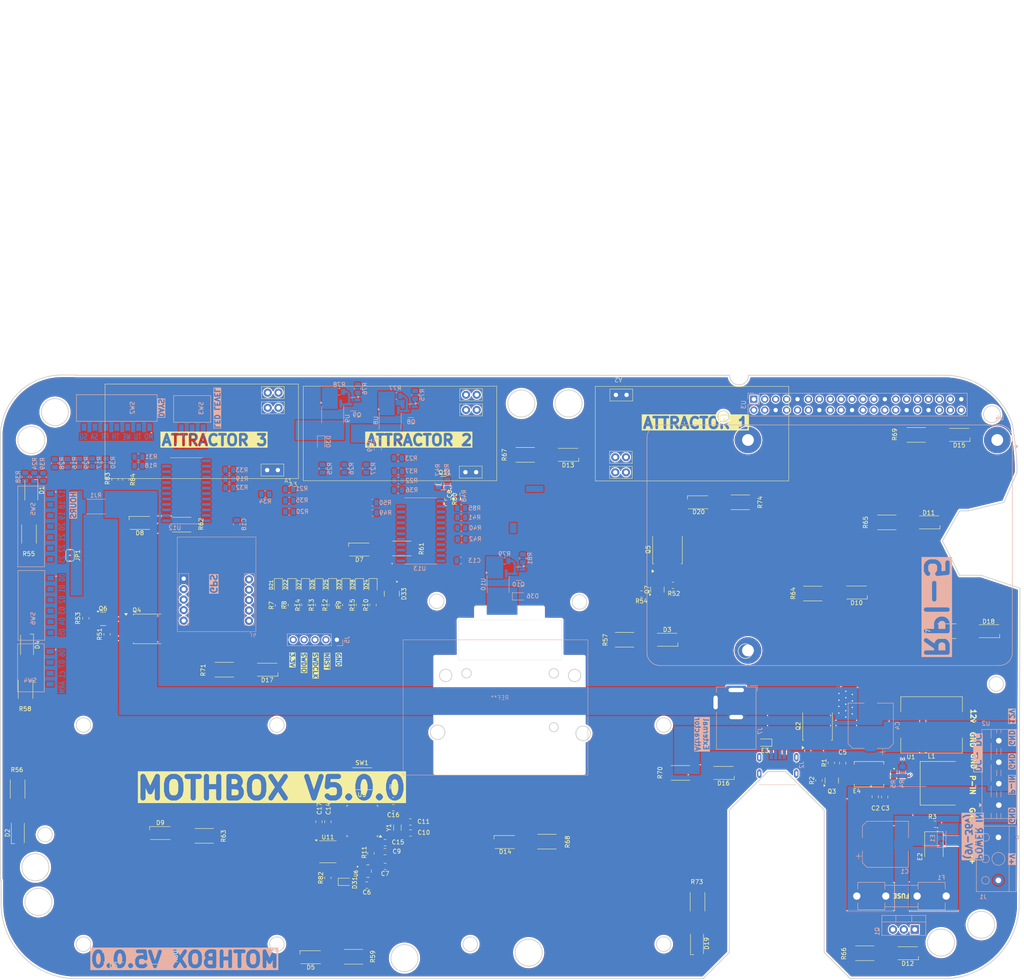
<source format=kicad_pcb>
(kicad_pcb (version 20241229) (generator "pcbnew") (generator_version "9.0")
  (title_block (title "Mothbox Mainboard") (date "2025-05-11") (rev "5.0.0"))
  (layers (0 "F.Cu" signal) (2 "B.Cu" signal) (13 "F.Paste" user) (15 "B.Paste" user) (5 "F.SilkS" user "F.Silkscreen") (7 "B.SilkS" user "B.Silkscreen") (1 "F.Mask" user) (3 "B.Mask" user) (25 "Edge.Cuts" user))
  (net 0 "")
  (net 1 "GND")
  (net 2 "/Power/PWR_IN")
  (net 3 "+5V")
  (net 4 "+3.3V")
  (net 5 "/RPI5+MCU/OSC_OUT")
  (net 6 "/RPI5+MCU/NRST")
  (net 7 "/RPI5+MCU/OSC_IN")
  (net 8 "Net-(D5-A)")
  (net 9 "/Power/VBUS")
  (net 10 "Net-(D13-A)")
  (net 11 "Net-(D14-A)")
  (net 12 "Net-(D15-A)")
  (net 13 "Net-(D16-A)")
  (net 14 "Net-(D17-A)")
  (net 15 "Net-(D18-A)")
  (net 16 "Net-(D19-A)")
  (net 17 "Net-(D20-A)")
  (net 18 "Net-(D22-A)")
  (net 19 "Net-(D24-A)")
  (net 20 "/UV LED PCB/+12V_PCB2")
  (net 21 "/UV LED PCB/+12V_PCB1")
  (net 22 "/UV LED PCB/+12V_PCB3")
  (net 23 "/UV LED PCB/+12V_PCB4")
  (net 24 "/RPI5+MCU/SWDIO")
  (net 25 "/RPI5+MCU/SWDCLK")
  (net 26 "Net-(Q2-G)")
  (net 27 "Net-(Q3-B)")
  (net 28 "+12V")
  (net 29 "/Photo LED's/+12V_L_LED")
  (net 30 "Net-(Q6-B)")
  (net 31 "/Photo LED's/+12V_R_LED")
  (net 32 "/Power/FB")
  (net 33 "/RPI5+MCU/BOOT0")
  (net 34 "/RPI5+MCU/PA8")
  (net 35 "/RPI5+MCU/PA11")
  (net 36 "/RPI5+MCU/PA2")
  (net 37 "/RPI5+MCU/PA3")
  (net 38 "/RPI5+MCU/PA4")
  (net 39 "/RPI5+MCU/PA5")
  (net 40 "/RPI5+MCU/PA6")
  (net 41 "/RPI5+MCU/PA7")
  (net 42 "/GPS+Switches/Mon")
  (net 43 "/GPS+Switches/Tue")
  (net 44 "/GPS+Switches/Wed")
  (net 45 "/GPS+Switches/Thur")
  (net 46 "/GPS+Switches/Fri")
  (net 47 "/GPS+Switches/Sat")
  (net 48 "/GPS+Switches/Sun")
  (net 49 "/GPS+Switches/Hour_1")
  (net 50 "/GPS+Switches/Hour_2")
  (net 51 "/GPS+Switches/Hour_3")
  (net 52 "/GPS+Switches/Hour_4")
  (net 53 "/GPS+Switches/Hour_5")
  (net 54 "/GPS+Switches/Hour_6")
  (net 55 "/GPS+Switches/Hour_7")
  (net 56 "/GPS+Switches/Hour_8")
  (net 57 "/GPS+Switches/Hour_9")
  (net 58 "/GPS+Switches/Hour_10")
  (net 59 "/GPS+Switches/Hour_11")
  (net 60 "/GPS+Switches/Hour_12")
  (net 61 "/GPS+Switches/Hour_13")
  (net 62 "/GPS+Switches/Min_PW")
  (net 63 "/GPS+Switches/Med_PW")
  (net 64 "/GPS+Switches/Max_PW")
  (net 65 "/GPS+Switches/Seq_1")
  (net 66 "/GPS+Switches/Seq_2")
  (net 67 "/GPS+Switches/Seq_3")
  (net 68 "/GPS+Switches/Armed{slash}Disarmed")
  (net 69 "/RPI5+MCU/STM_RX")
  (net 70 "/RPI5+MCU/STM_TX")
  (net 71 "/RPI5+MCU/TimeP")
  (net 72 "Net-(RJ1-Pad2)")
  (net 73 "GPS_SCL")
  (net 74 "GPS_SDA")
  (net 75 "RPI_CTRL")
  (net 76 "S3_MUX")
  (net 77 "Net-(U1-VC)")
  (net 78 "Net-(D1-A)")
  (net 79 "Net-(D6-A)")
  (net 80 "Net-(D7-A)")
  (net 81 "Net-(D8-A)")
  (net 82 "Net-(D9-A)")
  (net 83 "Net-(D10-A)")
  (net 84 "Net-(D11-A)")
  (net 85 "Net-(D12-A)")
  (net 86 "Net-(D21-A)")
  (net 87 "Net-(D23-A)")
  (net 88 "Net-(D25-A)")
  (net 89 "Net-(D26-A)")
  (net 90 "Net-(D27-A)")
  (net 91 "Net-(D28-A)")
  (net 98 "S2_MUX")
  (net 99 "S1_MUX")
  (net 100 "Net-(Q4-G)")
  (net 101 "Net-(Q5-G)")
  (net 102 "Net-(Q7-B)")
  (net 103 "Net-(Q8-C)")
  (net 104 "Net-(Q8-B)")
  (net 105 "Net-(Q9-C)")
  (net 106 "Net-(Q9-B)")
  (net 107 "Net-(Q10-C)")
  (net 108 "Net-(Q10-B)")
  (net 109 "Net-(Q11-B)")
  (net 110 "Net-(Q11-C)")
  (net 112 "/RPI5+MCU/Save for eink")
  (net 113 "/RPI5+MCU/Save for relay 2")
  (net 114 "/RPI5+MCU/Save for relay 3")
  (net 115 "/RPI5+MCU/Save for relay")
  (net 118 "S0_MUX")
  (net 129 "Net-(D2-A)")
  (net 130 "Net-(D3-A)")
  (net 131 "Net-(D4-A)")
  (net 132 "Net-(E1-A)")
  (net 133 "Net-(E1-K)")
  (net 134 "Net-(E2-K)")
  (net 135 "Net-(E4-PadC)")
  (net 149 "/RPI5+MCU/PA12")
  (net 155 "L_LED_CTRL")
  (net 156 "UV1_CTRL")
  (net 157 "UV4_EX_CTRL")
  (net 158 "COM_I{slash}O")
  (net 159 "EN_MUX1")
  (net 160 "EN_MUX2")
  (footprint "Resistor_SMD:R_0805_2012Metric" (layer "F.Cu") (at 187.775 112.090671)
    (property "Reference" "R52")
    (property "Value" "10k")
  )
  (footprint "Resistor_SMD:R_0805_2012Metric" (layer "F.Cu") (at 108.5 116.678171 90)
    (property "Reference" "R12")
    (property "Value" "1k")
  )
  (footprint "Capacitor_SMD:C_0805_2012Metric_Pad1.18x1.45mm_HandSolder" (layer "F.Cu") (at 237.05 161.365671 90)
    (property "Reference" "C3")
    (property "Value" "0.1uF 50V")
  )
  (footprint "Package_TO_SOT_SMD:TO-252-2" (layer "F.Cu") (at 221.4225 144.855671 90)
    (property "Reference" "Q2")
    (property "Value" "TJ10S04M3L,LXHQ")
  )
  (footprint "Resistor_SMD:R_2512_6332Metric" (layer "F.Cu") (at 220.299999 114.015671)
    (property "Reference" "R64")
    (property "Value" "170R")
  )
  (footprint "Capacitor_SMD:C_0805_2012Metric" (layer "F.Cu") (at 122.720671 163.860671 180)
    (property "Reference" "C16")
    (property "Value" "0.1uF")
  )
  (footprint "XL4015:CONV_XL4015" (layer "F.Cu") (at 251.435 158.181342)
    (property "Reference" "U1")
    (property "Value" "XL4015")
  )
  (footprint "Resistor_SMD:R_2512_6332Metric" (layer "F.Cu") (at 35.3 159.540671 -90)
    (property "Reference" "R56")
    (property "Value" "170R")
  )
  (footprint "Resistor_SMD:R_0805_2012Metric" (layer "F.Cu") (at 99 116.678171 90)
    (property "Reference" "R8")
    (property "Value" "1k")
  )
  (footprint "Package_QFP:LQFP-32_7x7mm_P0.8mm" (layer "F.Cu") (at 115.5 166.940671 180)
    (property "Reference" "U5")
    (property "Value" "STM32L031K6Tx")
  )
  (footprint "Resistor_SMD:R_2512_6332Metric" (layer "F.Cu") (at 153.407498 81.720671)
    (property "Reference" "R67")
    (property "Value" "170R")
  )
  (footprint "Resistor_SMD:R_2512_6332Metric" (layer "F.Cu") (at 37.950001 100.155671 90)
    (property "Reference" "R55")
    (property "Value" "170R")
  )
  (footprint "Resistor_SMD:R_2512_6332Metric" (layer "F.Cu") (at 237.537664 97.442548)
    (property "Reference" "R65")
    (property "Value" "170R")
  )
  (footprint "LED_SMD:LED_Everlight-SMD3528_3.5x2.8mm_67-21ST" (layer "F.Cu") (at 261.309999 122.765671 180)
    (property "Reference" "D18")
    (property "Value" "LED")
  )
  (footprint "LED_SMD:LED_0805_2012Metric" (layer "F.Cu") (at 96 112.203171 -90)
    (property "Reference" "D21")
    (property "Value" "LED")
  )
  (footprint "Resistor_SMD:R_0805_2012Metric" (layer "F.Cu") (at 224.62 153.405671 90)
    (property "Reference" "R1")
    (property "Value" "10k")
  )
  (footprint "LED_SMD:LED_Everlight-SMD3528_3.5x2.8mm_67-21ST" (layer "F.Cu") (at 186.4375 124.765671 180)
    (property "Reference" "D3")
    (property "Value" "LED")
  )
  (footprint "LED_SMD:LED_Everlight-SMD3528_3.5x2.8mm_67-21ST" (layer "F.Cu") (at 93.379999 131.736097 180)
    (property "Reference" "D17")
    (property "Value" "LED")
  )
  (footprint "Capacitor_SMD:C_0805_2012Metric" (layer "F.Cu") (at 116.56 181.880671 180)
    (property "Reference" "C6")
    (property "Value" "1uF")
  )
  (footprint "Resistor_SMD:R_0805_2012Metric" (layer "F.Cu") (at 60.4625 87.465671 -90)
    (property "Reference" "R84")
    (property "Value" "DNP")
  )
  (footprint "SK54C:DIO_SK54C" (layer "F.Cu") (at 233.4 156.065671 180)
    (property "Reference" "E4")
    (property "Value" "SK54C")
  )
  (footprint "LED_SMD:LED_Everlight-SMD3528_3.5x2.8mm_67-21ST" (layer "F.Cu") (at 193.652501 92.76567)
    (property "Reference" "D20")
    (property "Value" "LED")
  )
  (footprint "Resistor_SMD:R_0805_2012Metric" (layer "F.Cu") (at 102.166667 116.678171 90)
    (property "Reference" "R14")
    (property "Value" "1k")
  )
  (footprint "Resistor_SMD:R_2512_6332Metric" (layer "F.Cu") (at 113.450001 198.565671 180)
    (property "Reference" "R59")
    (property "Value" "170R")
  )
  (footprint "Package_TO_SOT_SMD:SOT-23" (layer "F.Cu") (at 224.7275 157.535671 90)
    (property "Reference" "Q3")
    (property "Value" "BC817")
  )
  (footprint "IN-PI33TBTPRPGPB:LED_IN-PI33TBTPRPGPB" (layer "F.Cu") (at 122.36 114.0375 -90)
    (property "Reference" "D33")
    (property "Value" "IN-PI33TBTPRPGPB")
  )
  (footprint "Capacitor_SMD:C_0805_2012Metric_Pad1.18x1.45mm_HandSolder" (layer "F.Cu") (at 227.27 153.485671 -90)
    (property "Reference" "C5")
    (property "Value" "0.1uF 50V")
  )
  (footprint "Resistor_SMD:R_2512_6332Metric" (layer "F.Cu") (at 203.4625 92.76567 180)
    (property "Reference" "R74")
    (property "Value" "170R")
  )
  (footprint "LED_SMD:LED_Everlight-SMD3528_3.5x2.8mm_67-21ST" (layer "F.Cu") (at 63.736792 97.565672)
    (property "Reference" "D8")
    (property "Value" "LED")
  )
  (footprint "Capacitor_SMD:C_0805_2012Metric" (layer "F.Cu") (at 120.790671 171.990671 180)
    (property "Reference" "C15")
    (property "Value" "0.1uF")
  )
  (footprint "LED_SMD:LED_Everlight-SMD3528_3.5x2.8mm_67-21ST" (layer "F.Cu") (at 193.372006 195.575671 90)
    (property "Reference" "D19")
    (property "Value" "LED")
  )
  (footprint "Resistor_SMD:R_0805_2012Metric" (layer "F.Cu") (at 56.125 123.518171 -90)
    (property "Reference" "R51")
    (property "Value" "10k")
  )
  (footprint "LED_SMD:LED_Everlight-SMD3528_3.5x2.8mm_67-21ST" (layer "F.Cu") (at 103.500002 198.665671)
    (property "Reference" "D5")
    (property "Value" "LED")
  )
  (footprint "LED_SMD:LED_Everlight-SMD3528_3.5x2.8mm_67-21ST" (layer "F.Cu") (at 163.369998 81.720672 180)
    (property "Reference" "D13")
    (property "Value" "LED")
  )
  (footprint "LED_SMD:LED_0805_2012Metric" (layer "F.Cu") (at 111.714286 112.203171 -90)
    (property "Reference" "D23")
    (property "Value" "LED")
  )
  (footprint "Resistor_SMD:R_2512_6332Metric" (layer "F.Cu") (at 78.712501 170.415672 180)
    (property "Reference" "R63")
    (property "Value" "170R")
  )
  (footprint "Resistor_SMD:R_0805_2012Metric" (layer "F.Cu") (at 180.475 114.110671 180)
    (property "Reference" "R54")
    (property "Value" "1k")
  )
  (footprint "Diode_SMD:D_SOD-323" (layer "F.Cu") (at 111.5 181.115671)
    (property "Reference" "D31")
    (property "Value" "ESD12VD3B-TP")
  )
  (footprint "Resistor_SMD:R_0805_2012Metric" (layer "F.Cu") (at 135.355 92.001342 -90)
    (property "Reference" "R80")
    (property "Value" "1k")
  )
  (footprint "LED_SMD:LED_Everlight-SMD3528_3.5x2.8mm_67-21ST" (layer "F.Cu") (at 254.379999 77.075671 180)
    (property "Reference" "D15")
    (property "Value" "LED")
  )
  (footprint "Resistor_SMD:R_0805_2012Metric" (layer "F.Cu") (at 107.5 180.203171 90)
    (property "Reference" "R82")
    (property "Value" "10k")
  )
  (footprint "Capacitor_SMD:C_0805_2012Metric_Pad1.18x1.45mm_HandSolder" (layer "F.Cu") (at 234.85 161.315671 90)
    (property "Reference" "C2")
    (property "Value" "0.1uF 50V")
  )
  (footprint "Resistor_SMD:R_0805_2012Metric" (layer "F.Cu") (at 221.75 157.515671 90)
    (property "Reference" "R2")
    (property "Value" "1k")
  )
  (footprint "Resistor_SMD:R_0805_2012Metric" (layer "F.Cu") (at 96 116.765671 90)
    (property "Reference" "R7")
    (property "Value" "1k")
  )
  (footprint "Package_TO_SOT_SMD:TO-252-2" (layer "F.Cu") (at 65.565 122.240671)
    (property "Reference" "Q4")
    (property "Value" "TJ10S04M3L,LXHQ")
  )
  (footprint "Resistor_SMD:R_2512_6332Metric" (layer "F.Cu") (at 158.4625 171.765671 180)
    (property "Reference" "R68")
    (property "Value" "170R")
  )
  (footprint "Resistor_SMD:R_2512_6332Metric" (layer "F.Cu") (at 189.5375 155.765671)
    (property "Reference" "R70")
    (property "Value" "170R")
  )
  (footprint "LED_SMD:LED_Everlight-SMD3528_3.5x2.8mm_67-21ST" (layer "F.Cu") (at 148.6525 171.859733)
    (property "Reference" "D14")
    (property "Value" "LED")
  )
  (footprint "Package_SO:SOIC-8_3.9x4.9mm_P1.27mm" (layer "F.Cu") (at 107.5 174.115671)
    (property "Reference" "U11")
    (property "Value" "IRF9335TRPBF")
  )
  (footprint "Resistor_SMD:R_0805_2012Metric" (layer "F.Cu") (at 117.500671 174.480671 -90)
    (property "Reference" "R11")
    (property "Value" "10K")
  )
  (footprint "LED_SMD:LED_Everlight-SMD3528_3.5x2.8mm_67-21ST" (layer "F.Cu") (at 38.5 89.955672 -90)
    (property "Reference" "D1")
    (property "Value" "LED")
  )
  (footprint "TS-1187A-B-A-B:SW_TS-1187A-B-A-B" (layer "F.Cu") (at 115.5 157.115671 180)
    (property "Reference" "SW1")
    (property "Value" "SW_Push")
  )
  (footprint "Resistor_SMD:R_0805_2012Metric" (layer "F.Cu") (at 105.333333 116.678171 90)
    (property "Reference" "R13")
    (property "Value" "1k")
  )
  (footprint "Resistor_SMD:R_2512_6332Metric" (layer "F.Cu") (at 244.379999 77.075671)
    (property "Reference" "R69")
    (property "Value" "170R")
  )
  (footprint "TLV75733PDBVR:SOT95P280X145-5N" (layer "F.Cu") (at 116.81 178.630671)
    (property "Reference" "U6")
    (property "Value" "TLV75733PDBVR")
  )
  (footprint "LED_SMD:LED_Everlight-SMD3528_3.5x2.8mm_67-21ST" (layer "F.Cu") (at 247.385164 97.442548 180)
    (property "Reference" "D11")
    (property "Value" "LED")
  )
  (footprint "LED_SMD:LED_0805_2012Metric" (layer "F.Cu") (at 102.285714 112.203171 -90)
    (property "Reference" "D27")
    (property "Value" "LED")
  )
  (footprint "Attractor:attractor" (layer "F.Cu") (at 98.271797 88.242489)
    (property "Reference" "A1")
    (property "Value" "Attractor")
  )
  (footprint "Capacitor_SMD:C_0805_2012Metric" (layer "F.Cu") (at 107.5 167.135671 -90)
    (property "Reference" "C14")
    (property "Value" "0.1uF")
  )
  (footprint "LED_SMD:LED_Everlight-SMD3528_3.5x2.8mm_67-21ST" (layer "F.Cu") (at 57.589521 198.315671)
    (property "Reference" "D6")
    (property "Value" "LED")
  )
  (footprint "Resistor_SMD:R_0805_2012Metric" (layer "F.Cu") (at 57.9625 87.465671 -90)
    (property "Reference" "R83")
    (property "Value" "DNP")
  )
  (footprint "Diode_SMD:D_SMB" (layer "F.Cu") (at 248.5 173.115671 -90)
    (property "Reference" "E2")
    (property "Value" "SMBJ36A")
  )
  (footprint "Resistor_SMD:R_2512_6332Metric" (layer "F.Cu") (at 232.409999 197.740671)
    (property "Reference" "R66")
    (property "Value" "170R")
  )
  (footprint "LED_SMD:LED_Everlight-SMD3528_3.5x2.8mm_67-21ST" (layer "F.Cu") (at 68.512503 169.765672)
    (property "Reference" "D9")
    (property "Value" "LED")
  )
  (footprint "LED_SMD:LED_Everlight-SMD3528_3.5x2.8mm_67-21ST" (layer "F.Cu") (at 37.5 125.955672 -90)
    (property "Reference" "D4")
    (property "Value" "LED")
  )
  (footprint "Resistor_SMD:R_2512_6332Metric" (layer "F.Cu") (at 67.439522 198.565671 180)
    (property "Reference" "R60")
    (property "Value" "170R")
  )
  (footprint "Resistor_SMD:R_0805_2012Metric" (layer "F.Cu") (at 111.666667 116.678171 90)
    (property "Reference" "R9")
    (property "Value" "1k")
  )
  (footprint "LED_SMD:LED_Everlight-SMD3528_3.5x2.8mm_67-21ST" (layer "F.Cu") (at 242.409999 197.741981 180)
    (property "Reference" "D12")
    (property "Value" "LED")
  )
  (footprint "Capacitor_SMD:C_0805_2012Metric" (layer "F.Cu") (at 105.42 167.115671 -90)
    (property "Reference" "C17")
    (property "Value" "1uF")
  )
  (footprint "Package_TO_SOT_SMD:SOT-23" (layer "F.Cu") (at 184.1625 113.100671 90)
    (property "Reference" "Q7")
    (property "Value" "BC817")
  )
  (footprint "Capacitor_SMD:C_0805_2012Metric" (layer "F.Cu") (at 126.730671 169.750671 180)
    (property "Reference" "C10")
    (property "Value" "12pF")
  )
  (footprint "Resistor_SMD:R_2512_6332Metric" (layer "F.Cu") (at 251.499999 122.765671)
    (property "Reference" "R72")
    (property "Value" "170R")
  )
  (footprint "Capacitor_SMD:C_0805_2012Metric" (layer "F.Cu") (at 126.690671 167.170671 180)
    (property "Reference" "C11")
    (property "Value" "12pF")
  )
  (footprint "LED_SMD:LED_Everlight-SMD3528_3.5x2.8mm_67-21ST" (layer "F.Cu") (at 35.350001 169.74067 90)
    (property "Reference" "D2")
    (property "Value" "LED")
  )
  (footprint "Resistor_SMD:R_2512_6332Metric" (layer "F.Cu") (at 193.5 185.765671 -90)
    (property "Reference" "R73")
    (property "Value" "170R")
  )
  (footprint "Inductor_SMD:L_Chilisin_BMRG00131360" (layer "F.Cu") (at 247.95 144.581342 180)
    (property "Reference" "L1")
    (property "Value" "5A 47uH")
  )
  (footprint "LED_SMD:LED_Everlight-SMD3528_3.5x2.8mm_67-21ST" (layer "F.Cu") (at 199.5375 155.765671 180)
    (property "Reference" "D16")
    (property "Value" "LED")
  )
  (footprint "Resistor_SMD:R_0805_2012Metric" (layer "F.Cu") (at 51.175 119.768171 -90)
    (property "Reference" "R53")
    (property "Value" "1k")
  )
  (footprint "Crystal:Crystal_SMD_3215-2Pin_3.2x1.5mm" (layer "F.Cu") (at 123.670671 168.490671 90)
    (property "Reference" "Y1")
    (property "Value" "32.768kHz")
  )
  (footprint "LED_SMD:LED_Everlight-SMD3528_3.5x2.8mm_67-21ST" (layer "F.Cu") (at 114.812498 103.765671)
    (property "Reference" "D7")
    (property "Value" "LED")
  )
  (footprint "LED_SMD:LED_0805_2012Metric" (layer "F.Cu") (at 99.142857 112.203171 -90)
    (property "Reference" "D22")
    (property "Value" "LED")
  )
  (footprint "LED_SMD:LED_Everlight-SMD3528_3.5x2.8mm_67-21ST" (layer "F.Cu") (at 230.5 113.765671 180)
    (property "Reference" "D10")
    (property "Value" "LED")
  )
  (footprint "Package_TO_SOT_SMD:SOT-23" (layer "F.Cu") (at 134.405 88.313842 180)
    (property "Reference" "Q11")
    (property "Value" "BC817")
  )
  (footprint "Diode_SMD:D_SOD-323" (layer "F.Cu") (at 209.19 148.715671 180)
    (property "Reference" "E3")
    (property "Value" "ESD5V0D3B")
  )
  (footprint "Resistor_SMD:R_2512_6332Metric" (layer "F.Cu") (at 37.150001 136.255671 90)
    (property "Reference" "R58")
    (property "Value" "170R")
  )
  (footprint "Capacitor_SMD:C_0805_2012Metric" (layer "F.Cu") (at 120.780671 174.080671 180)
    (property "Reference" "C9")
    (property "Value" "0.1uF")
  )
  (footprint "Resistor_SMD:R_2512_6332Metric" (layer "F.Cu") (at 176.5375 124.765671)
    (property "Reference" "R57")
    (property "Value" "170R")
  )
  (footprint "Resistor_SMD:R_2512_6332Metric" (layer "F.Cu") (at 124.712499 103.515672 180)
    (property "Reference" "R61")
    (property "Value" "170R")
  )
  (footprint "Package_TO_SOT_SMD:SOT-23" (layer "F.Cu") (at 55.175 119.905671)
    (property "Reference" "Q6")
    (property "Value" "BC817")
  )
  (footprint "Jumper:SolderJumper-2_P1.3mm_Open_RoundedPad1.0x1.5mm" (layer "F.Cu") (at 47.5 105.115671 -90)
    (property "Reference" "JP1")
    (property "Value" "SolderJumper_2_Open")
  )
  (footprint "Attractor:attractor" (layer "F.Cu") (at 218.216361 65.286585 180)
    (property "Reference" "A2")
    (property "Value" "Attractor")
  )
  (footprint "Resistor_SMD:R_0805_2012Metric" (layer "F.Cu") (at 118 116.678171 90)
    (property "Reference" "R10")
    (property "Value" "1k")
  )
  (footprint "Capacitor_SMD:C_0805_2012Metric" (layer "F.Cu") (at 120.81 177.530671 180)
    (property "Reference" "C7")
    (property "Value" "1uF")
  )
  (footprint "LED_SMD:LED_0805_2012Metric" (layer "F.Cu") (at 118 112.203171 -90)
    (property "Reference" "D24")
    (property "Value" "LED")
  )
  (footprint "Resistor_SMD:R_0805_2012Metric" (layer "F.Cu") (at 248.75 167.715671)
    (property "Reference" "R3")
    (property "Value" "10k")
  )
  (footprint "Resistor_SMD:R_2512_6332Metric" (layer "F.Cu") (at 83.379999 131.730671)
    (property "Reference" "R71")
    (property "Value" "170R")
  )
  (footprint "LED_SMD:LED_0805_2012Metric" (layer "F.Cu") (at 114.857143 112.203171 -90)
    (property "Reference" "D28")
    (property "Value" "LED")
  )
  (footprint "Resistor_SMD:R_2512_6332Metric" (layer "F.Cu") (at 73.486792 97.965671 180)
    (property "Reference" "R62")
    (property "Value" "170R")
  )
  (footprint "Resistor_SMD:R_0805_2012Metric" (layer "F.Cu") (at 122.660671 160.750671)
    (property "Reference" "R6")
    (property "Value" "10K")
  )
  (footprint "Attractor:attractor" (layer "F.Cu") (at 52.138503 87.747697)
    (property "Reference" "A3")
    (property "Value" "Attractor")
  )
  (footprint "Resistor_SMD:R_0805_2012Metric" (layer "F.Cu") (at 114.833333 116.678171 90)
    (property "Reference" "R15")
    (property "Value" "1k")
  )
  (footprint "Package_TO_SOT_SMD:TO-252-2" (layer "F.Cu") (at 186.5 103.765671 90)
    (property "Reference" "Q5")
    (property "Value" "TJ10S04M3L,LXHQ")
  )
  (footprint "Capacitor_SMD:C_0805_2012Metric" (layer "F.Cu") (at 137.5 90.815671 90)
    (property "Reference" "C8")
    (property "Value" "100nF")
  )
  (footprint "LED_SMD:LED_0805_2012Metric" (layer "F.Cu") (at 108.571429 112.203171 -90)
    (property "Reference" "D25")
    (property "Value" "LED")
  )
  (footprint "LED_SMD:LED_0805_2012Metric" (layer "F.Cu") (at 105.428571 112.203171 -90)
    (property "Reference" "D26")
    (property "Value" "LED")
  )
  (footprint "Diode_SMD:D_SOD-123F" (layer "B.Cu") (at 250.3 170.881342 90)
    (property "Reference" "E1")
    (property "Value" "BZT52Bxx")
  )
  (footprint "Diode_SMD:D_SOD-323" (layer "B.Cu") (at 152.0275 114.665671)
    (property "Reference" "D36")
    (property "Value" "ESD12VD3B-TP")
  )
  (footprint "Resistor_SMD:R_0805_2012Metric" (layer "B.Cu") (at 152.865 105.815671 90)
    (property "Reference" "R81")
    (property "Value" "1k")
  )
  (footprint "Resistor_SMD:R_0805_2012Metric" (layer "B.Cu") (at 123.415 68.025671 180)
    (property "Reference" "R77")
    (property "Value" "10k")
  )
  (footprint "Resistor_SMD:R_0805_2012Metric" (layer "B.Cu") (at 114.43 66.310671 90)
    (property "Reference" "R76")
    (property "Value" "1k")
  )
  (footprint "Package_TO_SOT_SMD:SOT-23" (layer "B.Cu") (at 113.42 69.950671 180)
    (property "Reference" "Q9")
    (property "Value" "BC817")
  )
  (footprint "Connector_PinHeader_2.54mm:PinHeader_1x05_P2.54mm_Vertical" (layer "B.Cu") (at 109.58 124.765671 90)
    (property "Reference" "J5")
    (property "Value" "Conn_01x05_Pin")
  )
  (footprint "Resistor_SMD:R_0805_2012Metric" (layer "B.Cu") (at 133.1725 88.420671 90)
    (property "Reference" "R47")
    (property "Value" "DNP")
  )
  (footprint "Resistor_SMD:R_0805_2012Metric" (layer "B.Cu") (at 84.57 85.215671 180)
    (property "Reference" "R33")
    (property "Value" "10k")
  )
  (footprint "Resistor_SMD:R_0805_2012Metric" (layer "B.Cu") (at 84.57 87.315671 180)
    (property "Reference" "R19")
    (property "Value" "10k")
  )
  (footprint "Resistor_SMD:R_0805_2012Metric" (layer "B.Cu") (at 98.5 92.37229 180)
    (property "Reference" "R35")
    (property "Value" "10k")
  )
  (footprint "Resistor_SMD:R_0805_2012Metric" (layer "B.Cu") (at 84.57 89.365671 180)
    (property "Reference" "R32")
    (property "Value" "10k")
  )
  (footprint "Resistor_SMD:R_0805_2012Metric" (layer "B.Cu") (at 123.8625 85.540671 180)
    (property "Reference" "R37")
    (property "Value" "10k")
  )
  (footprint "Resistor_SMD:R_0805_2012Metric" (layer "B.Cu") (at 55.8625 83.515671 90)
    (property "Reference" "R30")
    (property "Value" "10k")
  )
  (footprint "Resistor_SMD:R_0805_2012Metric" (layer "B.Cu") (at 123.8225 82.470671)
    (property "Reference" "R23")
    (property "Value" "10k")
  )
  (footprint "Capacitor_SMD:C_0805_2012Metric_Pad1.18x1.45mm_HandSolder" (layer "B.Cu") (at 239.15 155.365671 90)
    (property "Reference" "R5")
    (property "Value" "3.3K")
  )
  (footprint "Diode_SMD:D_SOD-323" (layer "B.Cu") (at 105.91 78.902693 -90)
    (property "Reference" "D30")
    (property "Value" "ESD12VD3B-TP")
  )
  (footprint "Resistor_SMD:R_0805_2012Metric" (layer "B.Cu") (at 63.4125 82.215671 180)
    (property "Reference" "R31")
    (property "Value" "10k")
  )
  (footprint "Package_TO_SOT_SMD:SOT-23" (layer "B.Cu") (at 126.795 71.493171 180)
    (property "Reference" "Q8")
    (property "Value" "BC817")
  )
  (footprint "Diode_SMD:D_SOD-323" (layer "B.Cu") (at 119.095 79.605671 -90)
    (property "Reference" "D29")
    (property "Value" "ESD12VD3B-TP")
  )
  (footprint "DS04-254-2-03BK-SMT1:SW_DS04-254-2-03BK-SMT" (layer "B.Cu") (at 75.92 71.031342 90)
    (property "Reference" "SW3")
    (property "Value" "Power")
  )
  (footprint "DS04-254-2-06BK-SMT:SW_DS04-254-2-06BK-SMT" (layer "B.Cu") (at 38.5 116.765671 180)
    (property "Reference" "SW6")
    (property "Value" "Hours")
  )
  (footprint "TerminalBlock:TerminalBlock_MaiXu_MX126-5.0-04P_1x04_P5.00mm" (layer "B.Cu") (at 263.6 163.265671 90)
    (property "Reference" "U2")
    (property "Value" "9V-36V to 12V 5A 60W" (hide yes))
  )
  (footprint "RASPBERRY_PI_4B_4GB:MODULE_RASPBERRY_PI_4B_4GB" (layer "B.Cu") (at 224.2375 102.763171 180)
    (property "Reference" "U4")
    (property "Value" "RASPBERRY_PI_4B_4GB")
  )
  (footprint "Capacitor_SMD:C_0805_2012Metric" (layer "B.Cu") (at 86.29 97.9 90)
    (property "Reference" "C18")
    (property "Value" "0.1uF")
  )
  (footprint "Resistor_SMD:R_0805_2012Metric" (layer "B.Cu") (at 110.14 67.030671 180)
    (property "Reference" "R78")
    (property "Value" "10k")
  )
  (footprint "Package_SO:SOIC-8_3.9x4.9mm_P1.27mm" (layer "B.Cu") (at 121.98 73.835671 -90)
    (property "Reference" "U8")
    (property "Value" "IRF9335TRPBF")
  )
  (footprint "Resistor_SMD:R_0805_2012Metric" (layer "B.Cu") (at 123.8325 89.910671 180)
    (property "Reference" "R36")
    (property "Value" "10k")
  )
  (footprint "Connector_BarrelJack:BarrelJack_GCT_DCJ200-10-A_Horizontal" (layer "B.Cu") (at 202.5 136.465671 180)
    (property "Reference" "J7")
    (property "Value" "DC Power Jack")
  )
  (footprint "Fuse:Fuseholder_Clip-5x20mm_Eaton_1A5601-01_Inline_P20.80x6.76mm_D1.70mm_Horizontal" (layer "B.Cu") (at 251.35 184.431342 180)
    (property "Reference" "F1")
    (property "Value" "7A Fuse")
  )
  (footprint "Resistor_SMD:R_0805_2012Metric" (layer "B.Cu") (at 127.775 67.765671 90)
    (property "Reference" "R75")
    (property "Value" "1k")
  )
  (footprint "Resistor_SMD:R_0805_2012Metric" (layer "B.Cu") (at 123.8825 87.700671 180)
    (property "Reference" "R22")
    (property "Value" "10k")
  )
  (footprint "Resistor_SMD:R_0805_2012Metric" (layer "B.Cu") (at 92.9125 90.87229)
    (property "Reference" "R34")
    (property "Value" "10k")
  )
  (footprint "Connector_PinHeader_2.54mm:PinHeader_2x20_P2.54mm_Vertical" (layer "B.Cu") (at 206.6 68.765671 -90)
    (property "Reference" "U3")
    (property "Value" "RASPBERRY_PI_5")
  )
  (footprint "Resistor_SMD:R_0805_2012Metric" (layer "B.Cu") (at 138.6 101.390671 180)
    (property "Reference" "R42")
    (property "Value" "10k")
  )
  (footprint "Resistor_SMD:R_0805_2012Metric" (layer "B.Cu") (at 41.234329 86.888171 -90)
    (property "Reference" "R39")
    (property "Value" "10k")
  )
  (footprint "Resistor_SMD:R_0805_2012Metric" (layer "B.Cu") (at 135.2625 88.430671 -90)
    (property "Reference" "R86")
    (property "Value" "DNP")
  )
  (footprint "Resistor_SMD:R_0805_2012Metric" (layer "B.Cu") (at 39.174329 86.868171 -90)
    (property "Reference" "R24")
    (property "Value" "10k")
  )
  (footprint "Resistor_SMD:R_0805_2012Metric" (layer "B.Cu") (at 63.4125 84.265671 180)
    (property "Reference" "R18")
    (property "Value" "10k")
  )
  (footprint "Capacitor_SMD:CP_Elec_10x12.5" (layer "B.Cu") (at 237.2175 172.381342)
    (property "Reference" "C1")
    (property "Value" "470uF 50V")
  )
  (footprint "Resistor_SMD:R_0805_2012Metric" (layer "B.Cu") (at 37.074329 86.838171 -90)
    (property "Reference" "R38")
    (property "Value" "10k")
  )
  (footprint "Resistor_SMD:R_2512_6332Metric" (layer "B.Cu") (at 53.5 93.765671 180)
    (property "Reference" "RJ1")
    (property "Value" "0R")
  )
  (footprint "CD74HC4067M96E4:SOIC127P1030X265-24N" (layer "B.Cu") (at 74.56 90.090671)
    (property "Reference" "U12")
    (property "Value" "CD74HC4067M96E4")
  )
  (footprint "Package_TO_SOT_THT:TO-220-3_Vertical" (layer "B.Cu") (at 244.04 192.210671 180)
    (property "Reference" "Q1")
    (property "Value" "IRF9540N")
  )
  (footprint "Resistor_SMD:R_0805_2012Metric" (layer "B.Cu") (at 43.9625 83.665671 90)
    (property "Reference" "R28")
    (property "Value" "10k")
  )
  (footprint "Package_SO:SOIC-8_3.9x4.9mm_P1.27mm" (layer "B.Cu") (at 108.595 72.290671 -90)
    (property "Reference" "U9")
    (property "Value" "IRF9335TRPBF")
  )
  (footprint "Capacitor_SMD:C_0805_2012Metric" (layer "B.Cu") (at 138.4225 106.320671 180)
    (property "Reference" "C13")
    (property "Value" "0.1uF")
  )
  (footprint "Resistor_SMD:R_0805_2012Metric" (layer "B.Cu") (at 49.6625 83.565671 90)
    (property "Reference" "R29")
    (property "Value" "10k")
  )
  (footprint "DS04-254-2-04BK-SMT:SW_DS04-254-2-04BK-SMT" (layer "B.Cu") (at 38.4 131.305671 180)
    (property "Reference" "SW4")
    (property "Value" "seq tog")
  )
  (footprint "Resistor_SMD:R_0805_2012Metric" (layer "B.Cu") (at 117.8825 92.835671 180)
    (property "Reference" "R50")
    (property "Value" "DNP")
  )
  (footprint "Attractor:Arducam Owlsight" (layer "B.Cu") (at 147.5 138.765671 180)
    (property "Reference" "REF**")
    (property "Value" "Arducam Owlsight")
  )
  (footprint "DS04-254-2-07BK-SMT:SW_DS04-254-2-07BK-SMT" (layer "B.Cu") (at 58.38 70.815671 90)
    (property "Reference" "SW2")
    (property "Value" "Days")
  )
  (footprint "Resistor_SMD:R_0805_2012Metric" (layer "B.Cu") (at 137.5225 91.270671 90)
    (property "Reference" "R48")
    (property "Value" "DNP")
  )
  (footprint "TYPE-C-31-M-17:TYPEC31M17" (layer "B.Cu") (at 212.18 158.515671 180)
    (property "Reference" "J2")
    (property "Value" "TYPE-C-31-M-17")
  )
  (footprint "Resistor_SMD:R_0805_2012Metric" (layer "B.Cu") (at 106.2525 84.915671 90)
    (property "Reference" "R25")
    (property "Value" "10k")
  )
  (footprint "Package_SO:SOIC-8_3.9x4.9mm_P1.27mm" (layer "B.Cu") (at 147.08 111.855671 -90)
    (property "Reference" "U10")
    (property "Value" "IRF9335TRPBF")
  )
  (footprint "Resistor_SMD:R_0805_2012Metric" (layer "B.Cu") (at 98.5 94.978909 180)
    (property "Reference" "R20")
    (property "Value" "10k")
  )
  (footprint "Resistor_SMD:R_0805_2012Metric" (layer "B.Cu") (at 148.585 106.435671 180)
    (property "Reference" "R79")
    (property "Value" "10k")
  )
  (footprint "CD74HC4067M96E4:SOIC127P1030X265-24N" (layer "B.Cu") (at 129.14 99.440671)
    (property "Reference" "U13")
    (property "Value" "CD74HC4067M96E4")
  )
  (footprint "Capacitor_SMD:C_0805_2012Metric_Pad1.18x1.45mm_HandSolder" (layer "B.Cu") (at 241.2 155.365671 -90)
    (property "Reference" "R4")
    (property "Value" "10K")
  )
  (footprint "Resistor_SMD:R_0805_2012Metric" (layer "B.Cu") (at 111.3025 84.915671 90)
    (property "Reference" "R26")
    (property "Value" "10k")
  )
  (footprint "Resistor_SMD:R_0805_2012Metric" (layer "B.Cu") (at 52.6625 83.515671 90)
    (property "Reference" "R17")
    (property "Value" "10k")
  )
  (footprint "Resistor_SMD:R_0805_2012Metric" (layer "B.Cu") (at 138.51 94.110671 180)
    (property "Reference" "R85")
    (property "Value" "DNP")
  )
  (footprint "Capacitor_SMD:CP_Elec_10x10" (layer "B.Cu") (at 233.8 144.781342 90)
    (property "Reference" "C4")
    (property "Value" "330uF 50V")
  )
  (footprint "GPS_MAX10:Untitled" (layer "B.Cu") (at 72.44932 100.861808)
    (property "Reference" "J4")
    (property "Value" "GPS Header" (hide yes))
  )
  (footprint "Resistor_SMD:R_0805_2012Metric" (layer "B.Cu") (at 46.9125 83.615671 90)
    (property "Reference" "R16")
    (property "Value" "10k")
  )
  (footprint "TerminalBlock_RND:TerminalBlock_RND_205-00023_1x02_P10.00mm_Horizontal" (layer "B.Cu") (at 263.5 170.765671 -90)
    (property "Reference" "J1")
    (property "Value" "Screw_Terminal_01x02")
  )
  (footprint "Resistor_SMD:R_0805_2012Metric" (layer "B.Cu") (at 116.4025 84.915671 90)
    (property "Reference" "R27")
    (property "Value" "10k")
  )
  (footprint "Package_TO_SOT_SMD:SOT-23" (layer "B.Cu") (at 151.935 109.385671 180)
    (property "Reference" "Q10")
    (property "Value" "BC817")
  )
  (footprint "Resistor_SMD:R_0805_2012Metric" (layer "B.Cu") (at 117.9125 95.265671 180)
    (property "Reference" "R49")
    (property "Value" "DNP")
  )
  (footprint "Resistor_SMD:R_0805_2012Metric" (layer "B.Cu") (at 98.5 89.765671 180)
    (property "Reference" "R21")
    (property "Value" "10k")
  )
  (footprint "DS04-254-2-07BK-SMT:SW_DS04-254-2-07BK-SMT" (layer "B.Cu") (at 38.45 98.385671 180)
    (property "Reference" "SW5")
    (property "Value" "Hours")
  )
  (footprint "Resistor_SMD:R_0805_2012Metric" (layer "B.Cu") (at 138.53 96.280671 180)
    (property "Reference" "R41")
    (property "Value" "10k")
  )
  (footprint "Resistor_SMD:R_0805_2012Metric" (layer "B.Cu") (at 138.5225 98.720671 180)
    (property "Reference" "R40")
    (property "Value" "10k")
  )
  (gr_rect (start 225.96 145.365671) (end 244.95 151.565672) (stroke (width 0.2)) (fill yes) (layer "F.Cu") (net 3))
  (gr_rect (start 57.510479 196.765671) (end 65.48952 200.265671) (stroke (width 0.2)) (fill yes) (layer "F.Cu") (net 79))
  (gr_rect (start 210.37 146.050671) (end 210.95 150.860671) (stroke (width 0.2)) (fill yes) (layer "F.Cu") (net 9))
  (gr_rect (start 35.250001 125.805671) (end 39.000001 134.155671) (stroke (width 0.2)) (fill yes) (layer "F.Cu") (net 131))
  (gr_rect (start 246.3 170.588999) (end 259.9 172.465671) (stroke (width 0.2)) (fill yes) (layer "F.Cu") (net 134))
  (gr_rect (start 234.1 152.815671) (end 238.15 158.865671) (stroke (width 0.2)) (fill yes) (layer "F.Cu") (net 135))
  (gr_rect (start 227.15 131.890671) (end 237.8 135.640671) (stroke (width 0.2)) (fill yes) (layer "F.Cu") (net 3))
  (gr_rect (start 223.04 148.095671) (end 228.83 152.905671) (stroke (width 0.2)) (fill yes) (layer "F.Cu") (net 3))
  (gr_rect (start 225.925 136.115671) (end 230.274999 147.265671) (stroke (width 0.2)) (fill yes) (layer "F.Cu") (net 3))
  (gr_rect (start 191.78 187.56567) (end 195.15 195.72567) (stroke (width 0.2)) (fill yes) (layer "F.Cu") (net 16))
  (gr_rect (start 227.125001 131.865671) (end 230.275 139.215671) (stroke (width 0.2)) (fill yes) (layer "F.Cu") (net 3))
  (gr_rect (start 253.279998 121.095671) (end 261.439998 124.465671) (stroke (width 0.2)) (fill yes) (layer "F.Cu") (net 15))
  (gr_rect (start 193.502501 91.02567) (end 201.662501 94.39567) (stroke (width 0.2)) (fill yes) (layer "F.Cu") (net 17))
  (gr_rect (start 234.6 157.581723) (end 253.95 158.796554) (stroke (width 0.2)) (fill yes) (layer "F.Cu") (net 135))
  (gr_rect (start 155.42 80.080671) (end 163.58 83.450671) (stroke (width 0.2)) (fill yes) (layer "F.Cu") (net 10))
  (gr_rect (start 85.42 130.080671) (end 93.58 133.450671) (stroke (width 0.2)) (fill yes) (layer "F.Cu") (net 14))
  (gr_rect (start 178.537501 122.965671) (end 186.5375 126.515671) (stroke (width 0.2)) (fill yes) (layer "F.Cu") (net 130))
  (gr_rect (start 242.75 181.315671) (end 254.5 187.665671) (stroke (width 0.2)) (fill yes) (layer "F.Cu") (net 133))
  (gr_rect (start 238.3 139.615671) (end 244.95 150.865671) (stroke (width 0.2)) (fill yes) (layer "F.Cu") (net 3))
  (gr_rect (start 234.42 196.080671) (end 242.58 199.450671) (stroke (width 0.2)) (fill yes) (layer "F.Cu") (net 85))
  (gr_rect (start 210 145.160671) (end 214.43 150.030671) (stroke (width 0.2)) (fill yes) (layer "F.Cu") (net 9))
  (gr_rect (start 239.360163 95.787548) (end 247.520163 99.157548) (stroke (width 0.2)) (fill yes) (layer "F.Cu") (net 84))
  (gr_rect (start 246.42 75.395671) (end 254.58 78.765671) (stroke (width 0.2)) (fill yes) (layer "F.Cu") (net 12))
  (gr_rect (start 238.7 161.115671) (end 243.35 167.765671) (stroke (width 0.2)) (fill yes) (layer "F.Cu") (net 2))
  (gr_rect (start 222.3 112.015671) (end 230.6 115.715672) (stroke (width 0.2)) (fill yes) (layer "F.Cu") (net 83))
  (gr_rect (start 63.56321 96.165672) (end 71.436791 99.765671) (stroke (width 0.2)) (fill yes) (layer "F.Cu") (net 81))
  (gr_rect (start 250.7 173.115671) (end 254.5 186.365671) (stroke (width 0.2)) (fill yes) (layer "F.Cu") (net 133))
  (gr_rect (start 68.312502 168.615672) (end 76.512502 172.165672) (stroke (width 0.2)) (fill yes) (layer "F.Cu") (net 82))
  (gr_rect (start 224.55 149.915671) (end 236.325 151.315672) (stroke (width 0.2)) (fill yes) (layer "F.Cu") (net 3))
  (gr_rect (start 228.25 181.465671) (end 239.15 187.615671) (stroke (width 0.2)) (fill yes) (layer "F.Cu") (net 2))
  (gr_rect (start 246.85 138.315671) (end 258 163.515671) (stroke (width 0.2)) (fill yes) (layer "F.Cu") (net 135))
  (gr_rect (start 255.849999 172.64067) (end 266.5 186.815672) (stroke (width 0.2)) (fill yes) (layer "F.Cu") (net 134))
  (gr_rect (start 33.5 161.690671) (end 37.4 169.840671) (stroke (width 0.2)) (fill yes) (layer "F.Cu") (net 129))
  (gr_rect (start 228.25 166.965672) (end 236.45 187.615671) (stroke (width 0.2)) (fill yes) (layer "F.Cu") (net 2))
  (gr_rect (start 191.557501 154.085671) (end 199.717501 157.455671) (stroke (width 0.2)) (fill yes) (layer "F.Cu") (net 13))
  (gr_rect (start 210.01 140.545671) (end 222.76 146.735671) (stroke (width 0.2)) (fill yes) (layer "F.Cu") (net 9))
  (gr_rect (start 148.482501 170.145671) (end 156.642501 173.515671) (stroke (width 0.2)) (fill yes) (layer "F.Cu") (net 11))
  (gr_rect (start 103.25 196.765671) (end 111.5 200.365672) (stroke (width 0.2)) (fill yes) (layer "F.Cu") (net 8))
  (gr_rect (start 36.250002 89.805671) (end 39.750001 98.005671) (stroke (width 0.2)) (fill yes) (layer "F.Cu") (net 78))
  (gr_rect (start 228.2 162.015671) (end 243.3 167.815671) (stroke (width 0.2)) (fill yes) (layer "F.Cu") (net 2))
  (gr_rect (start 114.762498 101.915672) (end 122.612498 105.415672) (stroke (width 0.2)) (fill yes) (layer "F.Cu") (net 80))
  (gr_rect (start 213.42 146.430671) (end 214 151.240671) (stroke (width 0.2)) (fill yes) (layer "F.Cu") (net 9))
  (gr_rect (start 246.3 169.515671) (end 250.6 172.465671) (stroke (width 0.2)) (fill yes) (layer "F.Cu") (net 134))
  (gr_rect (start 228.525003 159.065671) (end 238.974998 187.765671) (stroke (width 0.2)) (fill yes) (layer "B.Cu") (net 2))
  (gr_rect (start 59 91.265671) (end 67.682542 140.265671) (stroke (width 0.2)) (fill yes) (layer "B.Cu") (net 3))
  (gr_rect (start 55.600335 90.236117) (end 67.740596 96.3123) (stroke (width 0.2)) (fill yes) (layer "B.Cu") (net 3))
  (gr_rect (start 249.55 167.565671) (end 254.1 169.965671) (stroke (width 0.2)) (fill yes) (layer "B.Cu") (net 132))
  (gr_rect (start 144.55 112.680671) (end 151.5 118.850671) (stroke (width 0.2)) (fill yes) (layer "B.Cu") (net 23))
  (gr_rect (start 149.915 97.665672) (end 151.29 99.815671) (stroke (width 0.2)) (fill yes) (layer "B.Cu") (net 4))
  (gr_rect (start 144.37 105.420671) (end 148.17 110.420671) (stroke (width 0.2)) (fill yes) (layer "B.Cu") (net 28))
  (gr_rect (start 47.725 90.190671) (end 50.275 114.365671) (stroke (width 0.2)) (fill yes) (layer "B.Cu") (net 72))
  (gr_rect (start 112.95 74.715671) (end 124.5 78.765671) (stroke (width 0.2)) (fill yes) (layer "B.Cu") (net 21))
  (gr_rect (start 228.5 180.765671) (end 239 187.765671) (stroke (width 0.2)) (fill yes) (layer "B.Cu") (net 2))
  (gr_rect (start 236.85 143.915672) (end 267.8 150.815672) (stroke (width 0.2)) (fill yes) (layer "B.Cu") (net 28))
  (gr_rect (start 59 135.915671) (end 230.55 142.165671) (stroke (width 0.2)) (fill yes) (layer "B.Cu") (net 3))
  (gr_rect (start 153.69 89.018171) (end 157.535001 90.263171) (stroke (width 0.2)) (fill yes) (layer "B.Cu") (net 4))
  (gr_rect (start 119.315 67.055671) (end 122.94 72.405671) (stroke (width 0.2)) (fill yes) (layer "B.Cu") (net 28))
  (gr_rect (start 243 173.065672) (end 254 187.765671) (stroke (width 0.2)) (fill yes) (layer "B.Cu") (net 133))
  (gr_rect (start 254.75 160.340672) (end 267.75 167.190669) (stroke (width 0.2)) (fill yes) (layer "B.Cu") (net 2))
  (gr_rect (start 106.195 66.015193) (end 109.695 70.940193) (stroke (width 0.2)) (fill yes) (layer "B.Cu") (net 28))
  (gr_rect (start 100.05 73.765194) (end 111.225 78.190193) (stroke (width 0.2)) (fill yes) (layer "B.Cu") (net 22))
  (gr_rect (start 188.15 145.115671) (end 193.925002 155.965672) (stroke (width 0.2)) (fill yes) (layer "B.Cu") (net 28))
  (gr_rect (start 188.175003 144.965671) (end 255.400003 150.365675) (stroke (width 0.2)) (fill yes) (layer "B.Cu") (net 28))
  (gr_rect (start 232 159.065673) (end 260.6 165.36567) (stroke (width 0.2)) (fill yes) (layer "B.Cu") (net 2))
  (gr_rect (start 225.625 135.915671) (end 230.55 143.290671) (stroke (width 0.2)) (fill yes) (layer "B.Cu") (net 3))
  (gr_line (start 31.305965 77.3915) (end 31.305965 123.069495) (stroke (width 0.2)) (layer "Edge.Cuts"))
  (gr_circle (center 152.5 69.765671) (end 149.35 69.765671) (stroke (width 0.2)) (fill no) (layer "Edge.Cuts"))
  (gr_line (start 172.299292 63.18874) (end 172.299292 63.188669) (stroke (width 0.2)) (layer "Edge.Cuts"))
  (gr_line (start 127.435292 63.188669) (end 127.435292 63.18874) (stroke (width 0.2)) (layer "Edge.Cuts"))
  (gr_curve (pts (xy 41.144397 201.82459) (xy 43.201476 202.847654) (xy 45.4405 203.454475) (xy 47.732648 203.610146)) (stroke (width 0.2)) (layer "Edge.Cuts"))
  (gr_line (start 31.306011 123.069495) (end 31.306011 177.054949) (stroke (width 0.2)) (layer "Edge.Cuts"))
  (gr_curve (pts (xy 258.514165 65.028588) (xy 260.453107 66.021084) (xy 262.179955 67.382327) (xy 263.597772 69.035912)) (stroke (width 0.2)) (layer "Edge.Cuts"))
  (gr_circle (center 44 71.765671) (end 40.85 71.765671) (stroke (width 0.2)) (fill no) (layer "Edge.Cuts"))
  (gr_line (start 229.006802 203.610261) (end 252.06268 203.610261) (stroke (width 0.2)) (layer "Edge.Cuts"))
  (gr_line (start 256.5 94.765671) (end 264.785355 92.765671) (stroke (width 0.2)) (layer "Edge.Cuts"))
  (gr_circle (center 140.629916 195.625028) (end 138.929916 195.625028) (stroke (width 0.2)) (fill no) (layer "Edge.Cuts"))
  (gr_circle (center 166.889014 146.554763) (end 165.189014 146.554763) (stroke (width 0.2)) (fill no) (layer "Edge.Cuts"))
  (gr_line (start 31.465011 180.772241) (end 31.465011 183.722241) (stroke (width 0.2)) (layer "Edge.Cuts"))
  (gr_circle (center 262 72.265671) (end 260.05 72.265671) (stroke (width 0.2)) (fill no) (layer "Edge.Cuts"))
  (gr_line (start 267.814644 84.740727) (end 267.814644 85.801026) (stroke (width 0.2)) (layer "Edge.Cuts"))
  (gr_circle (center 50.629916 144.625028) (end 48.929916 144.625028) (stroke (width 0.2)) (fill no) (layer "Edge.Cuts"))
  (gr_circle (center 163.5 69.765671) (end 160.35 69.765671) (stroke (width 0.2)) (fill no) (layer "Edge.Cuts"))
  (gr_curve (pts (xy 263.597772 69.035912) (xy 265.015706 70.689632) (xy 266.097509 72.604194) (xy 266.782453 74.672081)) (stroke (width 0.2)) (layer "Edge.Cuts"))
  (gr_circle (center 160.051016 132.571262) (end 158.951016 132.571262) (stroke (width 0.2)) (fill no) (layer "Edge.Cuts"))
  (gr_circle (center 166.032305 115.97385) (end 164.332305 115.97385) (stroke (width 0.2)) (fill no) (layer "Edge.Cuts"))
  (gr_line (start 31.305965 123.069495) (end 31.306011 123.069495) (stroke (width 0.2)) (layer "Edge.Cuts"))
  (gr_line (start 268.332009 185.75213) (end 268.332009 186.20025) (stroke (width 0.2)) (layer "Edge.Cuts"))
  (gr_circle (center 263 135.065671) (end 261.3 135.065671) (stroke (width 0.2)) (fill no) (layer "Edge.Cuts"))
  (gr_line (start 214.006802 155.451881) (end 222.977513 164.422592) (stroke (width 0.2)) (layer "Edge.Cuts"))
  (gr_line (start 268.514644 112.765671) (end 259.485355 109.765671) (stroke (width 0.2)) (layer "Edge.Cuts"))
  (gr_line (start 121.84851 63.18874) (end 48.800515 63.18874) (stroke (width 0.2)) (layer "Edge.Cuts"))
  (gr_circle (center 125.312424 198.878433) (end 122.162424 198.878433) (stroke (width 0.2)) (fill no) (layer "Edge.Cuts"))
  (gr_line (start 137.93 120.131342) (end 137.96 129.511342) (stroke (width 0.05)) (layer "Edge.Cuts"))
  (gr_line (start 254.5 94.765671) (end 256.5 94.765671) (stroke (width 0.2)) (layer "Edge.Cuts"))
  (gr_circle (center 259.5 191.115671) (end 256.35 191.115671) (stroke (width 0.2)) (fill no) (layer "Edge.Cuts"))
  (gr_circle (center 164.901016 133.071262) (end 163.451016 133.071262) (stroke (width 0.2)) (fill no) (layer "Edge.Cuts"))
  (gr_line (start 121.84851 63.188494) (end 121.84851 63.18874) (stroke (width 0.2)) (layer "Edge.Cuts"))
  (gr_line (start 31.306011 177.054949) (end 31.305698 177.054949) (stroke (width 0.2)) (layer "Edge.Cuts"))
  (gr_line (start 252.078186 203.609203) (end 252.064372 203.610146) (stroke (width 0.2)) (layer "Edge.Cuts"))
  (gr_circle (center 39.45709 177.721972) (end 36.30709 177.721972) (stroke (width 0.2)) (fill no) (layer "Edge.Cuts"))
  (gr_circle (center 185.629916 144.625028) (end 183.929916 144.625028) (stroke (width 0.2)) (fill no) (layer "Edge.Cuts"))
  (gr_circle (center 95.629916 195.625028) (end 93.929916 195.625028) (stroke (width 0.2)) (fill no) (layer "Edge.Cuts"))
  (gr_line (start 194.854224 203.610261) (end 200.883513 197.580972) (stroke (width 0.2)) (layer "Edge.Cuts"))
  (gr_circle (center 132.814021 115.79429) (end 131.114021 115.79429) (stroke (width 0.2)) (fill no) (layer "Edge.Cuts"))
  (gr_line (start 48.800515 63.18874) (end 48.800515 63.141495) (stroke (width 0.2)) (layer "Edge.Cuts"))
  (gr_circle (center 50.629916 195.625028) (end 48.929916 195.625028) (stroke (width 0.2)) (fill no) (layer "Edge.Cuts"))
  (gr_circle (center 40.14413 185.791634) (end 36.99413 185.791634) (stroke (width 0.2)) (fill no) (layer "Edge.Cuts"))
  (gr_line (start 254.5 109.765671) (end 250.5 101.765671) (stroke (width 0.2)) (layer "Edge.Cuts"))
  (gr_curve (pts (xy 31.65392 188.760895) (xy 31.530983 187.932214) (xy 31.465011 187.148841) (xy 31.465011 186.20025)) (stroke (width 0.2)) (layer "Edge.Cuts"))
  (gr_line (start 252.064372 203.610146) (end 252.06268 203.610261) (stroke (width 0.2)) (layer "Edge.Cuts"))
  (gr_line (start 161.85 129.511342) (end 161.82 120.141342) (stroke (width 0.05)) (layer "Edge.Cuts"))
  (gr_circle (center 95.629916 144.625028) (end 93.929916 144.625028) (stroke (width 0.2)) (fill no) (layer "Edge.Cuts"))
  (gr_curve (pts (xy 247.518545 63.18874) (xy 251.044335 63.18874) (xy 251.536256 63.18874) (xy 252.188516 63.239773)) (stroke (width 0.2)) (layer "Edge.Cuts"))
  (gr_line (start 124.94851 63.18874) (end 124.94851 63.188494) (stroke (width 0.2)) (layer "Edge.Cuts"))
  (gr_line (start 172.299292 63.18874) (end 200.967313 63.18874) (stroke (width 0.2)) (layer "Edge.Cuts"))
  (gr_curve (pts (xy 32.079858 190.791491) (xy 31.879285 190.056039) (xy 31.746174 189.382749) (xy 31.65392 188.760895)) (stroke (width 0.2)) (layer "Edge.Cuts"))
  (gr_line (start 222.977513 197.580972) (end 229.006802 203.610261) (stroke (width 0.2)) (layer "Edge.Cuts"))
  (gr_curve (pts (xy 36.899536 198.85453) (xy 38.156676 200.048213) (xy 39.586933 201.050003) (xy 41.144397 201.82459)) (stroke (width 0.2)) (layer "Edge.Cuts"))
  (gr_line (start 47.732648 203.610146) (end 47.73434 203.610261) (stroke (width 0.2)) (layer "Edge.Cuts"))
  (gr_line (start 172.299292 63.188669) (end 127.435292 63.188669) (stroke (width 0.2)) (layer "Edge.Cuts"))
  (gr_line (start 200.883513 197.580972) (end 200.883513 164.422592) (stroke (width 0.2)) (layer "Edge.Cuts"))
  (gr_line (start 47.73434 203.610261) (end 194.854224 203.610261) (stroke (width 0.2)) (layer "Edge.Cuts"))
  (gr_line (start 137.96 129.511342) (end 161.85 129.511342) (stroke (width 0.05)) (layer "Edge.Cuts"))
  (gr_line (start 161.82 120.141342) (end 137.93 120.131342) (stroke (width 0.05)) (layer "Edge.Cuts"))
  (gr_curve (pts (xy 261.602021 199.969195) (xy 258.869583 202.096576) (xy 255.515043 203.373049) (xy 252.078186 203.609203)) (stroke (width 0.2)) (layer "Edge.Cuts"))
  (gr_line (start 250.5 101.765671) (end 254.5 94.765671) (stroke (width 0.2)) (layer "Edge.Cuts"))
  (gr_line (start 205.366169 63.18874) (end 205.416741 63.18874) (stroke (width 0.2)) (layer "Edge.Cuts"))
  (gr_curve (pts (xy 268.082379 189.141232) (xy 267.988713 189.689023) (xy 267.852217 190.308451) (xy 267.690244 190.889074)) (stroke (width 0.2)) (layer "Edge.Cuts"))
  (gr_line (start 48.800515 63.141495) (end 45.55597 63.141495) (stroke (width 0.2)) (layer "Edge.Cuts"))
  (gr_circle (center 199.5 72.765671) (end 198.2 72.765671) (stroke (width 0.2)) (fill no) (layer "Edge.Cuts"))
  (gr_line (start 200.883513 164.422592) (end 209.854224 155.451881) (stroke (width 0.2)) (layer "Edge.Cuts"))
  (gr_curve (pts (xy 268.332009 186.20025) (xy 268.332009 187.395629) (xy 268.254475 188.134755) (xy 268.082379 189.141232)) (stroke (width 0.2)) (layer "Edge.Cuts"))
  (gr_circle (center 139.751016 132.571262) (end 138.651016 132.571262) (stroke (width 0.2)) (fill no) (layer "Edge.Cuts"))
  (gr_curve (pts (xy 267.690244 190.889074) (xy 266.694993 194.456756) (xy 264.529161 197.690226) (xy 261.602021 199.969195)) (stroke (width 0.2)) (layer "Edge.Cuts"))
  (gr_line (start 268.332009 183.104949) (end 268.332009 185.75213) (stroke (width 0.2)) (layer "Edge.Cuts"))
  (gr_line (start 31.465011 186.20025) (end 31.465011 184.245397) (stroke (width 0.2)) (layer "Edge.Cuts"))
  (gr_line (start 124.94851 63.18874) (end 127.435292 63.18874) (stroke (width 0.2)) (layer "Edge.Cuts"))
  (gr_circle (center 154.218066 197.602727) (end 151.068066 197.602727) (stroke (width 0.2)) (fill no) (layer "Edge.Cuts"))
  (gr_line (start 268.332009 183.104949) (end 268.514644 112.765671) (stroke (width 0.2)) (layer "Edge.Cuts"))
  (gr_curve (pts (xy 36.899536 198.85453) (xy 35.437246 197.466053) (xy 34.217 195.819147) (xy 33.314932 194.019416)) (stroke (width 0.2)) (layer "Edge.Cuts"))
  (gr_line (start 31.305698 177.054949) (end 31.305698 180.772241) (stroke (width 0.2)) (layer "Edge.Cuts"))
  (gr_circle (center 160.051016 145.121262) (end 159.001016 145.121262) (stroke (width 0.2)) (fill no) (layer "Edge.Cuts"))
  (gr_circle (center 41.676435 170.125028) (end 39.976435 170.125028) (stroke (width 0.2)) (fill no) (layer "Edge.Cuts"))
  (gr_line (start 31.465011 184.245397) (end 31.465011 183.722241) (stroke (width 0.2)) (layer "Edge.Cuts"))
  (gr_line (start 267.814644 85.801026) (end 267.814644 85.821737) (stroke (width 0.2)) (layer "Edge.Cuts"))
  (gr_line (start 259.485355 109.765671) (end 254.5 109.765671) (stroke (width 0.2)) (layer "Edge.Cuts"))
  (gr_curve (pts (xy 266.782453 74.672081) (xy 267.814644 81.799574) (xy 267.814644 83.880551) (xy 267.814644 84.740727)) (stroke (width 0.2)) (layer "Edge.Cuts"))
  (gr_line (start 209.854224 155.451881) (end 214.006802 155.451881) (stroke (width 0.2)) (layer "Edge.Cuts"))
  (gr_line (start 31.305698 180.772241) (end 31.465011 180.772241) (stroke (width 0.2)) (layer "Edge.Cuts"))
  (gr_line (start 267.814644 85.821737) (end 264.785355 92.765671) (stroke (width 0.2)) (layer "Edge.Cuts"))
  (gr_arc (start 205.366169 63.18874) (mid 203.166741 65.43874) (end 200.967313 63.18874) (stroke (width 0.2)) (layer "Edge.Cuts"))
  (gr_circle (center 134.901016 133.071262) (end 133.451016 133.071262) (stroke (width 0.2)) (fill no) (layer "Edge.Cuts"))
  (gr_arc (start 31.305965 77.3915) (mid 35.479694 67.315225) (end 45.55597 63.141495) (stroke (width 0.2)) (layer "Edge.Cuts"))
  (gr_curve (pts (xy 252.188516 63.239773) (xy 254.394458 63.412367) (xy 256.544515 64.020374) (xy 258.514165 65.028588)) (stroke (width 0.2)) (layer "Edge.Cuts"))
  (gr_line (start 222.977513 164.422592) (end 222.977513 197.580972) (stroke (width 0.2)) (layer "Edge.Cuts"))
  (gr_circle (center 250.15 195.265671) (end 247 195.265671) (stroke (width 0.2)) (fill no) (layer "Edge.Cuts"))
  (gr_circle (center 38.5 78.265671) (end 35.35 78.265671) (stroke (width 0.2)) (fill no) (layer "Edge.Cuts"))
  (gr_circle (center 204.64158 127.406266) (end 202.94158 127.406266) (stroke (width 0.2)) (fill no) (layer "Edge.Cuts"))
  (gr_circle (center 185.629916 195.625028) (end 183.929916 195.625028) (stroke (width 0.2)) (fill no) (layer "Edge.Cuts"))
  (gr_line (start 205.416741 63.18874) (end 247.518545 63.18874) (stroke (width 0.2)) (layer "Edge.Cuts"))
  (gr_circle (center 133.019722 146.306636) (end 131.319722 146.306636) (stroke (width 0.2)) (fill no) (layer "Edge.Cuts"))
  (gr_line (start 124.94851 63.188494) (end 121.84851 63.188494) (stroke (width 0.2)) (layer "Edge.Cuts"))
  (gr_curve (pts (xy 33.314932 194.019416) (xy 32.798452 192.988977) (xy 32.384315 191.907858) (xy 32.079858 190.791491)) (stroke (width 0.2)) (layer "Edge.Cuts"))
  (gr_text "17 18 19 20 21 22 23" (at 46.4 89.805671 90) (layer "B.Cu") (effects (font (size 1.3 0.95) (thickness 0.2) (bold yes)) (justify left bottom mirror)))
  (gr_text "HI UV INT\nLO FUL EX" (at 79.5 80.265671 0) (layer "B.Cu") (effects (font (size 1.3 0.95) (thickness 0.2) (bold yes)) (justify left bottom mirror)))
  (gr_text "MO TU WE TH FR SA SU" (at 67 78.265671 0) (layer "B.Cu") (effects (font (size 1.3 0.95) (thickness 0.2) (bold yes)) (justify left bottom mirror)))
  (gr_text "00 01 02 03 04 05" (at 46.4 109.305671 90) (layer "B.Cu") (effects (font (size 1.3 0.95) (thickness 0.2) (bold yes)) (justify left bottom mirror)))
  (gr_text "06 07 c1 ARM" (at 46.4 126.805671 90) (layer "B.Cu") (effects (font (size 1.3 0.95) (thickness 0.2) (bold yes)) (justify left bottom mirror)))
  (gr_text "SWDIO" (at 101.3075 127.665671 270) (layer "F.SilkS" knockout) (effects (font (size 1 1) (thickness 0.25) (bold yes)) (justify left bottom)))
  (gr_text "ATTRACTOR 1" (at 180.5 75.765671 0) (layer "F.SilkS" knockout) (effects (font (size 2.5 2.5) (thickness 0.625) (bold yes)) (justify left bottom)))
  (gr_text "GND" (at 109.37 127.665671 270) (layer "F.SilkS" knockout) (effects (font (size 1 1) (thickness 0.25) (bold yes)) (justify left bottom)))
  (gr_text "ATTRACTOR 3" (at 68.5 79.765671 0) (layer "F.SilkS" knockout) (effects (font (size 2.5 2.5) (thickness 0.625) (bold yes)) (justify left bottom)))
  (gr_text "GND" (at 256.7 163.615671 270) (layer "F.SilkS") (effects (font (size 1.2 1.2) (thickness 0.3) (bold yes)) (justify left bottom)))
  (gr_text "V+" (at 256.8 174.365671 270) (layer "F.SilkS") (effects (font (size 1.2 1.2) (thickness 0.3) (bold yes)) (justify left bottom)))
  (gr_text "SWDCLK" (at 103.995 127.665671 270) (layer "F.SilkS" knockout) (effects (font (size 1 1) (thickness 0.25) (bold yes)) (justify left bottom)))
  (gr_text "ATTRACTOR 2" (at 116.15 79.765671 0) (layer "F.SilkS" knockout) (effects (font (size 2.5 2.5) (thickness 0.625) (bold yes)) (justify left bottom)))
  (gr_text "FUSE" (at 242.95 183.765671 180) (layer "F.SilkS") (effects (font (size 1 1) (thickness 0.25) (bold yes)) (justify left bottom)))
  (gr_text "GND" (at 257.05 151.015671 270) (layer "F.SilkS") (effects (font (size 1.2 1.2) (thickness 0.3) (bold yes)) (justify left bottom)))
  (gr_text "MOTHBOX V5.0.0" (at 62.5 162.265671 0) (layer "F.SilkS" knockout) (effects (font (size 5 5) (thickness 1.2) (bold yes)) (justify left bottom)))
  (gr_text "NRST" (at 106.6825 127.665671 270) (layer "F.SilkS" knockout) (effects (font (size 1 1) (thickness 0.25) (bold yes)) (justify left bottom)))
  (gr_text "3.3V" (at 98.62 127.665671 270) (layer "F.SilkS" knockout) (effects (font (size 1 1) (thickness 0.25) (bold yes)) (justify left bottom)))
  (gr_text "P-IN" (at 256.8 156.115671 270) (layer "F.SilkS") (effects (font (size 1.2 1.2) (thickness 0.3) (bold yes)) (justify left bottom)))
  (gr_text "GND" (at 256.85 146.015671 270) (layer "F.SilkS") (effects (font (size 1.2 1.2) (thickness 0.3) (bold yes)) (justify left bottom)))
  (gr_text "12v" (at 256.95 140.715671 270) (layer "F.SilkS") (effects (font (size 1.2 1.2) (thickness 0.3) (bold yes)) (justify left bottom)))
  (gr_text "GND" (at 265.9 165.765671 270) (layer "B.SilkS" knockout) (effects (font (size 1.2 1.2) (thickness 0.3) (bold yes)) (justify bottom mirror)))
  (gr_text "V+" (at 265.9 174.465671 270) (layer "B.SilkS" knockout) (effects (font (size 1.2 1.2) (thickness 0.3) (bold yes)) (justify left bottom)))
  (gr_text "GPS" (at 80.000164 111.765671 270) (layer "B.SilkS" knockout) (effects (font (size 1.5 1.5) (thickness 0.35) (bold yes)) (justify bottom mirror)))
  (gr_text "MOTHBOX V5.0.0" (at 96.5 201.265671 0) (layer "B.SilkS" knockout) (effects (font (size 3.5 3.5) (thickness 0.875) (bold yes)) (justify left bottom mirror)))
  (gr_text "DC- DC" (at 257.8 155.865671 270) (layer "B.SilkS" knockout) (effects (font (size 1.5 1.5) (thickness 0.35) (bold yes)) (justify left bottom mirror)))
  (gr_text "DAYS" (at 68 73.265671 270) (layer "B.SilkS" knockout) (effects (font (size 1.2 1.2) (thickness 0.3) (bold yes)) (justify left bottom mirror)))
  (gr_text "POWER IN\n(9V-36v)" (at 255.65 170.565671 270) (layer "B.SilkS" knockout) (effects (font (size 1.5 1.5) (thickness 0.35) (bold yes)) (justify bottom mirror)))
  (gr_text "External\nAttractor" (at 194.5 146.765671 270) (layer "B.SilkS" knockout) (effects (font (size 1.2 1.2) (thickness 0.25) (bold yes)) (justify mirror)))
  (gr_text "GND" (at 265.9 147.615671 270) (layer "B.SilkS" knockout) (effects (font (size 1.2 1.2) (thickness 0.3) (bold yes)) (justify bottom mirror)))
  (gr_text "12V" (at 265.9 142.615671 270) (layer "B.SilkS" knockout) (effects (font (size 1.2 1.2) (thickness 0.3) (bold yes)) (justify bottom mirror)))
  (gr_text "P-IN" (at 265.9 158.515671 270) (layer "B.SilkS" knockout) (effects (font (size 1.2 1.2) (thickness 0.3) (bold yes)) (justify bottom mirror)))
  (gr_text "GND" (at 265.9 153.115671 270) (layer "B.SilkS" knockout) (effects (font (size 1.2 1.2) (thickness 0.3) (bold yes)) (justify bottom mirror)))
  (gr_text "HOURS" (at 49 90.190671 90) (layer "B.SilkS" knockout) (effects (font (size 1.2 1.2) (thickness 0.3) (bold yes)) (justify left bottom mirror)))
  (gr_text "RPI-5" (at 246 117.265671 270) (layer "B.SilkS" knockout) (effects (font (size 5 5) (thickness 1) (bold yes)) (justify bottom mirror)))
  (gr_text "LED LEVEL" (at 81 75.765671 270) (layer "B.SilkS" knockout) (effects (font (size 1.2 1.2) (thickness 0.3) (bold yes)) (justify left bottom mirror)))
  (segment (start 237.05 162.403171) (end 234.9 162.403171) (width 0.5) (layer "F.Cu") (net 2))
  (segment (start 237.31 184.431342) (end 230.55 184.431342) (width 1) (layer "B.Cu") (net 2))
  (segment (start 241.2 152.525671) (end 241.2 144.790671) (width 0.5) (layer "F.Cu") (net 3))
  (via (at 226.4 137.265671) (size 0.6) (drill 0.3) (layers "F.Cu" "B.Cu") (net 3))
  (via (at 226.375 141.840671) (size 0.6) (drill 0.3) (layers "F.Cu" "B.Cu") (net 3))
  (via (at 228.005998 138.25653) (size 0.6) (drill 0.3) (layers "F.Cu" "B.Cu") (net 3))
  (via (at 227.980998 139.765671) (size 0.6) (drill 0.3) (layers "F.Cu" "B.Cu") (net 3))
  (via (at 229.5 142.015671) (size 0.6) (drill 0.3) (layers "F.Cu" "B.Cu") (net 3))
  (via (at 229.525 137.503171) (size 0.6) (drill 0.3) (layers "F.Cu" "B.Cu") (net 3))
  (via (at 227.980998 141.26903) (size 0.6) (drill 0.3) (layers "F.Cu" "B.Cu") (net 3))
  (via (at 229.525 139.003171) (size 0.6) (drill 0.3) (layers "F.Cu" "B.Cu") (net 3))
  (via (at 226.375 140.278171) (size 0.6) (drill 0.3) (layers "F.Cu" "B.Cu") (net 3))
  (via (at 229.5 140.515671) (size 0.6) (drill 0.3) (layers "F.Cu" "B.Cu") (net 3))
  (via (at 228.005998 136.753171) (size 0.6) (drill 0.3) (layers "F.Cu" "B.Cu") (net 3))
  (via (at 227.980998 142.772389) (size 0.6) (drill 0.3) (layers "F.Cu" "B.Cu") (net 3))
  (via (at 241.2 152.525671) (size 0.6) (drill 0.3) (layers "F.Cu" "B.Cu") (net 3))
  (via (at 226.4 138.828171) (size 0.6) (drill 0.3) (layers "F.Cu" "B.Cu") (net 3))
  (segment (start 241.2 154.328171) (end 241.2 152.525671) (width 0.5) (layer "B.Cu") (net 3))
  (segment (start 104.31 198.665671) (end 110.387503 198.665671) (width 0.8) (layer "F.Cu") (net 8))
  (segment (start 220.1525 154.318171) (end 219.14 153.305671) (width 0.5) (layer "F.Cu") (net 26))
  (segment (start 224.62 154.318171) (end 220.1525 154.318171) (width 0.5) (layer "F.Cu") (net 26))
  (segment (start 219.14 153.305671) (end 219.14 151.055671) (width 0.5) (layer "F.Cu") (net 26))
  (segment (start 219.1425 151.053171) (end 219.1425 149.895671) (width 0.5) (layer "F.Cu") (net 26))
  (segment (start 219.14 151.055671) (end 219.1425 151.053171) (width 0.5) (layer "F.Cu") (net 26))
  (segment (start 224.71 156.580671) (end 224.71 154.408171) (width 0.5) (layer "F.Cu") (net 26))
  (segment (start 222.0025 158.515671) (end 223.735 158.515671) (width 0.5) (layer "F.Cu") (net 27))
  (segment (start 56.125 124.430671) (end 60.435 124.430671) (width 0.8) (layer "F.Cu") (net 28))
  (segment (start 188.78 108.805671) (end 188.78 111.998171) (width 0.8) (layer "F.Cu") (net 28))
  (segment (start 147.715 106.473171) (end 147.715 109.380671) (width 0.5) (layer "B.Cu") (net 28))
  (segment (start 122.5025 71.248171) (end 122.615 71.360671) (width 0.5) (layer "B.Cu") (net 28))
  (segment (start 109.2275 67.030671) (end 109.2275 69.813171) (width 0.5) (layer "B.Cu") (net 28))
  (segment (start 122.5025 68.025671) (end 122.5025 71.248171) (width 0.5) (layer "B.Cu") (net 28))
  (segment (start 54.2375 118.955671) (end 51.275 118.955671) (width 0.8) (layer "F.Cu") (net 30))
  (segment (start 242.760839 156.481342) (end 241.1 156.481342) (width 0.5) (layer "F.Cu") (net 32))
  (segment (start 243.021396 156.220785) (end 242.760839 156.481342) (width 0.5) (layer "F.Cu") (net 32))
  (via (at 243.021396 156.220785) (size 0.6) (drill 0.3) (layers "F.Cu" "B.Cu") (net 32))
  (segment (start 242.83901 156.403171) (end 241.2 156.403171) (width 0.5) (layer "B.Cu") (net 32))
  (segment (start 243.021396 156.220785) (end 242.83901 156.403171) (width 0.5) (layer "B.Cu") (net 32))
  (segment (start 239.15 156.403171) (end 241.2 156.403171) (width 0.5) (layer "B.Cu") (net 32))
  (segment (start 241.1 159.881342) (end 239.034329 159.881342) (width 0.5) (layer "F.Cu") (net 77))
  (segment (start 238.5875 160.328171) (end 237.05 160.328171) (width 0.5) (layer "F.Cu") (net 77))
  (segment (start 239.034329 159.881342) (end 238.5875 160.328171) (width 0.5) (layer "F.Cu") (net 77))
  (segment (start 38.5 96.443172) (end 37.950001 96.993171) (width 0.8) (layer "F.Cu") (net 78))
  (segment (start 38.5 90.765671) (end 38.5 96.443172) (width 0.8) (layer "F.Cu") (net 78))
  (segment (start 64.227021 198.315671) (end 64.477021 198.565671) (width 0.8) (layer "F.Cu") (net 79))
  (segment (start 58.399521 198.315671) (end 64.227021 198.315671) (width 0.8) (layer "F.Cu") (net 79))
  (segment (start 115.622498 103.765671) (end 121.5 103.765671) (width 0.8) (layer "F.Cu") (net 80))
  (segment (start 121.5 103.765671) (end 121.749999 103.515672) (width 0.8) (layer "F.Cu") (net 80))
  (segment (start 70.124292 97.565673) (end 70.524292 97.965673) (width 0.8) (layer "F.Cu") (net 81))
  (segment (start 64.546791 97.565673) (end 70.124292 97.565673) (width 0.8) (layer "F.Cu") (net 81))
  (segment (start 69.322501 169.765671) (end 74.5 169.765671) (width 0.8) (layer "F.Cu") (net 82))
  (segment (start 74.5 169.765671) (end 75.150003 170.415674) (width 0.8) (layer "F.Cu") (net 82))
  (segment (start 229.69 113.765672) (end 223.2625 113.765672) (width 0.8) (layer "F.Cu") (net 83))
  (segment (start 56.125 122.605671) (end 56.125 119.918171) (width 0.8) (layer "F.Cu") (net 100))
  (segment (start 56.125 119.918171) (end 56.1125 119.905671) (width 0.8) (layer "F.Cu") (net 100))
  (segment (start 60.525 119.960671) (end 56.1675 119.960671) (width 0.8) (layer "F.Cu") (net 100))
  (segment (start 56.1675 119.960671) (end 56.1125 119.905671) (width 0.8) (layer "F.Cu") (net 100))
  (segment (start 186.8625 112.090671) (end 184.235 112.090671) (width 0.5) (layer "F.Cu") (net 101))
  (segment (start 184.1625 112.163171) (end 184.1625 108.863171) (width 0.5) (layer "F.Cu") (net 101))
  (segment (start 184.235 112.090671) (end 184.1625 112.163171) (width 0.5) (layer "F.Cu") (net 101))
  (segment (start 183.14 114.110671) (end 183.2125 114.038171) (width 0.5) (layer "F.Cu") (net 102))
  (segment (start 181.3875 114.110671) (end 183.14 114.110671) (width 0.5) (layer "F.Cu") (net 102))
  (segment (start 125.8575 68.738171) (end 125.8575 71.493171) (width 0.5) (layer "B.Cu") (net 103))
  (segment (start 124.3275 68.025671) (end 125.145 68.025671) (width 0.5) (layer "B.Cu") (net 103))
  (segment (start 125.145 68.025671) (end 125.8575 68.738171) (width 0.5) (layer "B.Cu") (net 103))
  (segment (start 124.0175 71.493171) (end 123.885 71.360671) (width 0.5) (layer "B.Cu") (net 103))
  (segment (start 125.8575 71.493171) (end 124.0175 71.493171) (width 0.5) (layer "B.Cu") (net 103))
  (segment (start 127.7325 70.543171) (end 127.7325 68.720671) (width 0.5) (layer "B.Cu") (net 104))
  (segment (start 111.0525 67.030671) (end 111.92 67.030671) (width 0.5) (layer "B.Cu") (net 105))
  (segment (start 112.442978 69.990193) (end 110.82 69.990193) (width 0.5) (layer "B.Cu") (net 105))
  (segment (start 112.45 67.560671) (end 112.45 69.918171) (width 0.5) (layer "B.Cu") (net 105))
  (segment (start 111.92 67.030671) (end 112.45 67.560671) (width 0.5) (layer "B.Cu") (net 105))
  (segment (start 114.43 67.223171) (end 114.43 68.928171) (width 0.5) (layer "B.Cu") (net 106))
  (segment (start 114.43 68.928171) (end 114.3575 69.000671) (width 0.5) (layer "B.Cu") (net 106))
  (segment (start 150.9975 109.385671) (end 150.9975 106.978171) (width 0.5) (layer "B.Cu") (net 107))
  (segment (start 150.455 106.435671) (end 149.5775 106.435671) (width 0.5) (layer "B.Cu") (net 107))
  (segment (start 150.925 109.380671) (end 148.985 109.380671) (width 0.5) (layer "B.Cu") (net 107))
  (segment (start 150.9975 106.978171) (end 150.455 106.435671) (width 0.5) (layer "B.Cu") (net 107))
  (segment (start 152.8725 108.435671) (end 152.8725 106.735671) (width 0.5) (layer "B.Cu") (net 108))
  (segment (start 35.350001 168.93067) (end 35.350001 162.553171) (width 0.8) (layer "F.Cu") (net 129))
  (segment (start 179.5 124.765671) (end 185.6275 124.765671) (width 0.8) (layer "F.Cu") (net 130))
  (segment (start 37.5 126.765671) (end 37.5 132.593172) (width 0.8) (layer "F.Cu") (net 131))
  (segment (start 37.5 132.593172) (end 36.950001 133.143171) (width 0.8) (layer "F.Cu") (net 131))
  (segment (start 250.3 172.281342) (end 250.3 173.565671) (width 0.5) (layer "B.Cu") (net 133))
  (segment (start 251.35 184.431342) (end 244.59 184.431342) (width 1) (layer "B.Cu") (net 133))
  (segment (start 250.415671 171.431342) (end 257.915671 171.431342) (width 1) (layer "F.Cu") (net 134))
  (segment (start 262.215671 175.731342) (end 257.915671 171.431342) (width 1) (layer "F.Cu") (net 134))
  (segment (start 250.415671 171.431342) (end 249.95 170.965671) (width 1) (layer "F.Cu") (net 134))
  (segment (start 249.95 170.965671) (end 248.5 170.965671) (width 1) (layer "F.Cu") (net 134))
  (segment (start 241.1 158.181342) (end 238.415671 158.181342) (width 0.5) (layer "F.Cu") (net 135))
  (segment (start 238.415671 158.181342) (end 237.45 157.215671) (width 0.5) (layer "F.Cu") (net 135))
  (segment (start 241.1 158.181342) (end 251.435 158.181342) (width 0.5) (layer "F.Cu") (net 135))
  (zone (net 1) (net_name "GND") (layers "F.Cu" "B.Cu") (connect_pads yes (clearance 0.25)) (min_thickness 0.25) (fill yes (thermal_gap 0.5) (thermal_bridge_width 0.5))
    (polygon (pts (xy 264.500164 197.442548) (xy 261.000164 200.442548) (xy 257.500164 202.442548) (xy 254.500164 203.442548) (xy 251.500164 203.942548) (xy 229.000164 203.942548) (xy 223.000164 197.942548) (xy 223.000164 164.442548) (xy 214.000164 155.442548) (xy 210.000164 155.442548) (xy 201.000164 164.442548) (xy 201.000164 197.442548) (xy 194.897794 203.764286) (xy 47.907098 203.767833) (xy 46.152167 203.614276) (xy 44.155932 203.175543) (xy 41.48554 202.191164) (xy 38.399786 200.289988) (xy 36.584462 198.689608) (xy 34.509688 196.253646) (xy 33.381712 194.346153) (xy 32.374521 191.837069) (xy 31.672549 189.146174) (xy 31.355694 76.438006) (xy 31.70668 73.981102) (xy 32.452526 71.809374) (xy 33.702914 69.5499) (xy 35.633339 67.290426) (xy 36.905664 66.215531) (xy 39.450314 64.723839) (xy 40.876196 64.087676) (xy 44.232502 63.319894) (xy 80.000164 63.442548) (xy 200.94078 63.383941) (xy 201.097661 64.189058) (xy 202.209117 65.42726) (xy 202.940339 65.583254) (xy 203.886052 65.524756) (xy 204.461279 65.203019) (xy 204.93901 64.696039) (xy 205.260748 64.052564) (xy 205.397243 63.37009) (xy 251.301958 63.310929) (xy 253.298192 63.530295) (xy 253.500164 63.530295) (xy 254.996792 63.885615) (xy 255.755095 64.050275) (xy 256.630394 64.366596) (xy 257.618356 64.717582) (xy 258.601984 65.237562) (xy 259.681755 65.877516) (xy 260.67757 66.580843) (xy 262.182532 67.74213) (xy 263.044814 68.733709) (xy 263.883281 69.581926) (xy 264.643751 70.537388) (xy 265.165915 71.295866) (xy 265.842955 72.623807) (xy 266.284684 73.533404) (xy 267.052466 75.595448) (xy 267.15038 75.939418) (xy 267.346817 77.025598) (xy 267.447326 77.942548) (xy 267.606806 79.024631) (xy 267.622819 80.53546) (xy 267.622819 86.235708) (xy 264.5 92.765671) (xy 256.5 94.765671) (xy 254.5 94.765671) (xy 250.5 101.765671) (xy 254.5 109.765671) (xy 259.365775 109.765671) (xy 268.000164 112.442548) (xy 268.500164 186.942548) (xy 267.000164 193.442548)))
  )
)
</source>
